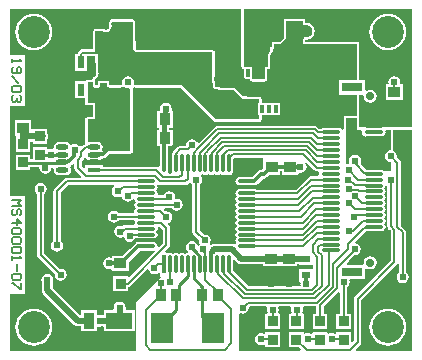
<source format=gtl>
G04*
G04 #@! TF.GenerationSoftware,Altium Limited,Altium Designer,19.0.10 (269)*
G04*
G04 Layer_Physical_Order=1*
G04 Layer_Color=255*
%FSLAX25Y25*%
%MOIN*%
G70*
G01*
G75*
%ADD11C,0.00787*%
%ADD13C,0.01000*%
%ADD15C,0.00591*%
%ADD16R,0.03543X0.05512*%
%ADD17R,0.08661X0.05512*%
%ADD18R,0.03347X0.03347*%
%ADD19R,0.03543X0.03937*%
%ADD20R,0.03347X0.03347*%
%ADD21R,0.03937X0.03543*%
%ADD22R,0.07087X0.05512*%
%ADD23R,0.02362X0.04134*%
%ADD24R,0.03150X0.02362*%
%ADD25R,0.05512X0.07087*%
%ADD26R,0.11417X0.02756*%
%ADD27R,0.01181X0.02559*%
%ADD28O,0.06102X0.01181*%
%ADD29O,0.01181X0.06102*%
%ADD30R,0.01181X0.06102*%
%ADD31R,0.07480X0.10236*%
%ADD32R,0.07087X0.03150*%
%ADD33O,0.06299X0.01181*%
%ADD34R,0.06299X0.01181*%
%ADD35R,0.04331X0.01772*%
%ADD36O,0.04331X0.01772*%
%ADD60C,0.01378*%
%ADD61C,0.01968*%
%ADD62C,0.01181*%
%ADD63C,0.01575*%
%ADD64C,0.00800*%
%ADD65C,0.03937*%
%ADD66C,0.00799*%
%ADD67C,0.05906*%
%ADD68C,0.10630*%
%ADD69C,0.02756*%
%ADD70C,0.02381*%
%ADD71C,0.02362*%
G36*
X42913Y104921D02*
X43091D01*
Y101765D01*
X43375Y101481D01*
X69456D01*
Y93759D01*
X69388Y93594D01*
X69259Y92618D01*
X69388Y91642D01*
X69685Y90924D01*
Y89764D01*
X70271Y89178D01*
X71260D01*
Y89075D01*
X71812D01*
X72055Y88974D01*
X73032Y88846D01*
X73556Y88915D01*
X74016Y88854D01*
X76569D01*
X79457Y85966D01*
X81202D01*
X81693Y85901D01*
X85039D01*
Y84744D01*
X84646D01*
Y80610D01*
X85039D01*
Y79097D01*
X70509D01*
X59055Y90551D01*
X43606Y90551D01*
X43249Y91051D01*
X43346Y91535D01*
X43192Y92307D01*
X42755Y92962D01*
X42101Y93399D01*
X41329Y93552D01*
X40557Y93399D01*
X39903Y92962D01*
X39466Y92307D01*
X39312Y91535D01*
X39409Y91051D01*
X39052Y90551D01*
X35138Y90551D01*
Y91929D01*
X31201D01*
Y90551D01*
X30413D01*
Y92701D01*
X30954Y93062D01*
X31391Y93716D01*
X31544Y94488D01*
X31480Y94810D01*
X31398Y95276D01*
X31398Y95276D01*
X31398Y95276D01*
Y100984D01*
X30413D01*
X30413Y102067D01*
X30413D01*
Y107579D01*
X30413D01*
Y108430D01*
X33002D01*
X33086Y108373D01*
X33858Y108220D01*
X34630Y108373D01*
X35284Y108810D01*
X35721Y109465D01*
X35875Y110236D01*
X35721Y111008D01*
X35610Y111174D01*
X35877Y111674D01*
X42913Y111674D01*
Y104921D01*
D02*
G37*
G36*
X135993Y76437D02*
X118315D01*
Y87401D01*
X119563D01*
X119880Y87015D01*
X119840Y86811D01*
X120008Y85966D01*
X120486Y85250D01*
X121202Y84771D01*
X122047Y84603D01*
X122892Y84771D01*
X123608Y85250D01*
X124087Y85966D01*
X124255Y86811D01*
X124087Y87656D01*
X123608Y88372D01*
X122892Y88851D01*
X122047Y89019D01*
X121202Y88851D01*
X120972Y88697D01*
X120472Y88964D01*
Y92126D01*
X118315D01*
Y104980D01*
X100394D01*
Y105685D01*
X100787D01*
X101507Y105780D01*
X102177Y106057D01*
X102753Y106499D01*
X103195Y107075D01*
X103472Y107745D01*
X103567Y108465D01*
X103472Y109184D01*
X103195Y109854D01*
X102753Y110430D01*
X102177Y110872D01*
X101507Y111150D01*
X100787Y111244D01*
X100394D01*
Y112598D01*
X93307D01*
Y106293D01*
X91994Y104980D01*
X89181D01*
Y103150D01*
X88779D01*
Y101765D01*
X88341Y101193D01*
X88063Y100523D01*
X87968Y99803D01*
Y96752D01*
X87008D01*
Y92618D01*
X86549Y92520D01*
X83136D01*
X82677Y92618D01*
Y96752D01*
X79929D01*
Y115993D01*
X135993D01*
Y76437D01*
D02*
G37*
G36*
X79126Y96752D02*
X79187Y96445D01*
X79361Y96184D01*
X79622Y96010D01*
X79921Y95951D01*
Y92618D01*
X81405D01*
X81888Y92473D01*
X81919Y92394D01*
X81935Y92311D01*
X81976Y92250D01*
X82003Y92182D01*
X82062Y92121D01*
X82109Y92050D01*
X82170Y92010D01*
X82221Y91957D01*
X82299Y91924D01*
X82370Y91876D01*
X82442Y91862D01*
X82509Y91833D01*
X82968Y91735D01*
X83053Y91733D01*
X83136Y91717D01*
X86549D01*
X86632Y91733D01*
X86717Y91735D01*
X87176Y91833D01*
X87243Y91862D01*
X87315Y91876D01*
X87386Y91924D01*
X87464Y91957D01*
X87515Y92010D01*
X87576Y92050D01*
X87623Y92121D01*
X87682Y92182D01*
X87709Y92250D01*
X87750Y92311D01*
X87766Y92394D01*
X87797Y92473D01*
X87796Y92546D01*
X87811Y92618D01*
Y95949D01*
X87968D01*
X88276Y96010D01*
X88536Y96184D01*
X88710Y96445D01*
X88771Y96752D01*
Y99751D01*
X88845Y100313D01*
X89042Y100788D01*
X89416Y101276D01*
X89463Y101370D01*
X89521Y101458D01*
X89532Y101509D01*
X89555Y101557D01*
X89562Y101662D01*
X89582Y101765D01*
Y102471D01*
X89749Y102582D01*
X89923Y102842D01*
X89984Y103150D01*
Y104177D01*
X91994D01*
X91994Y104177D01*
X92301Y104239D01*
X92562Y104413D01*
X92562Y104413D01*
X93875Y105726D01*
X94049Y105986D01*
X94110Y106293D01*
Y111796D01*
X99591D01*
Y111244D01*
X99652Y110937D01*
X99826Y110677D01*
X100086Y110503D01*
X100394Y110441D01*
X100735D01*
X101297Y110367D01*
X101772Y110170D01*
X102180Y109857D01*
X102493Y109450D01*
X102690Y108974D01*
X102757Y108465D01*
X102690Y107955D01*
X102493Y107480D01*
X102180Y107072D01*
X101772Y106758D01*
X101297Y106562D01*
X100735Y106488D01*
X100394D01*
X100086Y106427D01*
X99826Y106253D01*
X99652Y105992D01*
X99591Y105685D01*
Y104980D01*
X99652Y104673D01*
X99826Y104413D01*
X100086Y104239D01*
X100394Y104177D01*
X117512D01*
Y92126D01*
X111811D01*
Y87401D01*
X117512D01*
Y80373D01*
X113992D01*
X113685Y80312D01*
X113424Y80138D01*
X113250Y79877D01*
X113189Y79570D01*
Y75827D01*
X113018Y75775D01*
X112960Y75756D01*
X112954Y75755D01*
X112689Y75675D01*
X112608Y75797D01*
X112152Y76101D01*
X111614Y76208D01*
X106496D01*
X105958Y76101D01*
X105870Y76042D01*
X105052D01*
X104398Y76696D01*
X104008Y76957D01*
X103547Y77048D01*
X103547Y77048D01*
X71047D01*
X70586Y76957D01*
X70196Y76696D01*
X70196Y76696D01*
X64911Y71410D01*
X64285Y71509D01*
X64024Y71898D01*
X63370Y72335D01*
X62598Y72489D01*
X61826Y72335D01*
X61172Y71898D01*
X60735Y71244D01*
X60582Y70472D01*
X60452Y70314D01*
X58755D01*
X58755Y70315D01*
X58294Y70223D01*
X57904Y69962D01*
X56432Y68490D01*
X56171Y68099D01*
X56079Y67639D01*
X56079Y67638D01*
Y67607D01*
X55985Y67467D01*
X55879Y66929D01*
Y62008D01*
X55967Y61565D01*
X55695Y61053D01*
X54935D01*
X54663Y61565D01*
X54751Y62008D01*
Y66929D01*
X54690Y67238D01*
Y69849D01*
X54742Y70113D01*
X56201D01*
Y75625D01*
X54952D01*
Y76378D01*
X56201D01*
Y81890D01*
X56201D01*
X55899Y82402D01*
X55954Y82677D01*
X55800Y83449D01*
X55363Y84103D01*
X54709Y84540D01*
X53937Y84694D01*
X53165Y84540D01*
X52511Y84103D01*
X52074Y83449D01*
X51920Y82677D01*
X51975Y82402D01*
X51555Y81890D01*
X51083D01*
Y76378D01*
X51741D01*
Y75625D01*
X51083D01*
Y70113D01*
X51866D01*
X51880Y70096D01*
Y64530D01*
X51942Y64221D01*
Y63466D01*
X51430Y63204D01*
X51251Y63323D01*
X50787Y63415D01*
X50787Y63415D01*
X32874D01*
Y63878D01*
X26969D01*
Y63073D01*
X26496Y62877D01*
X25846Y63526D01*
Y65228D01*
X26668Y66050D01*
X26668Y66050D01*
X26766Y66197D01*
X27368Y66218D01*
X27435Y66116D01*
X27989Y65747D01*
X28642Y65617D01*
X31201D01*
X31854Y65747D01*
X32279Y66031D01*
X32987D01*
X33525Y66138D01*
X33981Y66442D01*
X35239Y67701D01*
X42126Y67701D01*
X42433Y67762D01*
X42694Y67936D01*
X42868Y68197D01*
X42929Y68504D01*
X42929Y89167D01*
X42921Y89206D01*
X42925Y89246D01*
X42891Y89359D01*
X42868Y89475D01*
X42846Y89508D01*
X42991Y89669D01*
X43236Y89849D01*
X43243Y89847D01*
X43299Y89810D01*
X43388Y89792D01*
X43473Y89759D01*
X43540Y89761D01*
X43606Y89748D01*
X58723Y89748D01*
X69942Y78529D01*
X70202Y78355D01*
X70509Y78294D01*
X85039D01*
X85347Y78355D01*
X85607Y78529D01*
X85781Y78790D01*
X85842Y79097D01*
Y80610D01*
X92126D01*
Y84744D01*
X85842D01*
Y85901D01*
X85781Y86209D01*
X85607Y86469D01*
X85347Y86643D01*
X85039Y86704D01*
X81745D01*
X81306Y86762D01*
X81254Y86759D01*
X81202Y86769D01*
X79789D01*
X77136Y89422D01*
X76876Y89596D01*
X76569Y89657D01*
X74068D01*
X73661Y89711D01*
X73556Y89704D01*
X73451Y89711D01*
X73032Y89655D01*
X72265Y89756D01*
X72119Y89816D01*
X71812Y89878D01*
X71630D01*
X71567Y89920D01*
X71260Y89981D01*
X70603D01*
X70488Y90096D01*
Y90924D01*
X70427Y91231D01*
X70170Y91851D01*
X70103Y92362D01*
Y92874D01*
X70170Y93385D01*
X70198Y93452D01*
X70198Y93452D01*
X70259Y93759D01*
Y101481D01*
X70198Y101788D01*
X70024Y102049D01*
X69763Y102223D01*
X69456Y102284D01*
X44156D01*
X43894Y102546D01*
Y104921D01*
X43833Y105228D01*
X43716Y105403D01*
Y111674D01*
X43655Y111982D01*
X43481Y112242D01*
X43221Y112416D01*
X42913Y112477D01*
X35877Y112477D01*
X35762Y112454D01*
X35644Y112443D01*
X35609Y112424D01*
X35570Y112416D01*
X35472Y112351D01*
X35368Y112295D01*
X35343Y112264D01*
X35310Y112242D01*
X35244Y112144D01*
X35169Y112053D01*
X34902Y111553D01*
X34868Y111440D01*
X34823Y111331D01*
Y111291D01*
X34811Y111253D01*
X34823Y111136D01*
Y111018D01*
X34838Y110981D01*
X34842Y110942D01*
X34898Y110837D01*
X34943Y110728D01*
X34965Y110695D01*
X35056Y110236D01*
X34965Y109778D01*
X34705Y109389D01*
X34317Y109129D01*
X33858Y109038D01*
X33360Y109137D01*
X33309Y109172D01*
X33231Y109187D01*
X33158Y109217D01*
X33079D01*
X33002Y109233D01*
X30413D01*
X30106Y109172D01*
X29846Y108998D01*
X29672Y108737D01*
X29610Y108430D01*
Y107579D01*
X29611Y107579D01*
Y105982D01*
X29535Y105799D01*
X29406Y104823D01*
X29535Y103847D01*
X29611Y103664D01*
Y102582D01*
X26274D01*
X26273Y102582D01*
X25813Y102490D01*
X25422Y102229D01*
X25422Y102229D01*
X24961Y101768D01*
X24700Y101377D01*
X24621Y100984D01*
X23720D01*
Y95276D01*
X27657D01*
Y100174D01*
X30399D01*
Y98228D01*
X30494Y97509D01*
X30595Y97265D01*
Y95276D01*
X30609Y95206D01*
X30607Y95135D01*
X30690Y94670D01*
X30693Y94662D01*
Y94653D01*
X30726Y94488D01*
X30634Y94030D01*
X30375Y93641D01*
X29967Y93369D01*
X29912Y93313D01*
X29846Y93269D01*
X29802Y93203D01*
X29746Y93147D01*
X29716Y93074D01*
X29672Y93008D01*
X29656Y92931D01*
X29626Y92858D01*
Y92844D01*
X29454Y92338D01*
X27854D01*
X27547Y92277D01*
X27287Y92103D01*
X27170Y91929D01*
X23720D01*
Y86221D01*
X27051D01*
Y84646D01*
X27113Y84338D01*
X27287Y84078D01*
X27547Y83904D01*
X27854Y83843D01*
X29611D01*
Y79937D01*
X27854D01*
X27547Y79876D01*
X27287Y79702D01*
X27113Y79441D01*
X27051Y79134D01*
Y71924D01*
X27061Y71876D01*
X27057Y71828D01*
X27091Y71724D01*
X27113Y71617D01*
X27139Y71576D01*
X27141Y71573D01*
X27144Y71493D01*
X27055Y71180D01*
X26961Y71032D01*
X26934Y71010D01*
X26883Y71000D01*
X26491Y70738D01*
X26491Y70738D01*
X25864Y70111D01*
X25205Y70176D01*
X25048Y70411D01*
X24394Y70848D01*
X23622Y71002D01*
X22850Y70848D01*
X22367Y70525D01*
X22344Y70535D01*
X21974Y71088D01*
X21421Y71458D01*
X20768Y71588D01*
X18209D01*
X17556Y71458D01*
X17002Y71088D01*
X16633Y70535D01*
X16503Y69882D01*
X16538Y69704D01*
X16103Y69269D01*
X15748Y69340D01*
X14976Y69186D01*
X14920Y69148D01*
X14469Y69390D01*
Y69784D01*
X9547D01*
Y65862D01*
X8760D01*
Y67224D01*
X3839D01*
Y62303D01*
X8760D01*
Y63237D01*
X11562D01*
X11763Y62992D01*
X11916Y62220D01*
X12353Y61566D01*
X13008Y61129D01*
X13780Y60975D01*
X14551Y61129D01*
X15205Y61566D01*
X15643Y62220D01*
X15796Y62992D01*
X15861Y63071D01*
X16253Y63047D01*
X16579Y62587D01*
X16503Y62205D01*
X16633Y61552D01*
X17002Y60998D01*
X17556Y60629D01*
X18209Y60499D01*
X20768D01*
X21421Y60629D01*
X21974Y60998D01*
X22344Y61552D01*
X22474Y62205D01*
X22344Y62858D01*
X22086Y63244D01*
X22221Y63683D01*
X22262Y63754D01*
X22291Y63788D01*
X22733Y64084D01*
X22953Y64303D01*
X23426Y64108D01*
Y63025D01*
X23426Y63025D01*
X23518Y62562D01*
X23780Y62169D01*
X25808Y60142D01*
X25612Y59669D01*
X20974D01*
X20513Y59577D01*
X20123Y59316D01*
X20123Y59316D01*
X16776Y55970D01*
X16515Y55579D01*
X16423Y55118D01*
X16423Y55118D01*
Y38671D01*
X16202Y38523D01*
X15765Y37868D01*
X15611Y37097D01*
X15765Y36325D01*
X16202Y35671D01*
X16856Y35233D01*
X17628Y35080D01*
X18399Y35233D01*
X19054Y35671D01*
X19491Y36325D01*
X19644Y37097D01*
X19491Y37868D01*
X19054Y38523D01*
X18832Y38671D01*
Y54619D01*
X21473Y57260D01*
X36618D01*
X36774Y56748D01*
X36468Y56544D01*
X36031Y55890D01*
X35877Y55118D01*
X36031Y54346D01*
X36468Y53692D01*
X37122Y53255D01*
X37894Y53101D01*
X38665Y53255D01*
X38842Y53373D01*
X39411Y53138D01*
X39466Y52862D01*
X39903Y52208D01*
X40557Y51771D01*
X41329Y51617D01*
X42101Y51771D01*
X42755Y52208D01*
X42994Y52565D01*
X43015Y52565D01*
X43506Y52411D01*
X43584Y52021D01*
X43882Y51575D01*
X43584Y51128D01*
X43477Y50591D01*
X43584Y50053D01*
X43882Y49606D01*
X43584Y49160D01*
X43477Y48622D01*
X43519Y48409D01*
X43140Y47897D01*
X38188D01*
X38040Y48119D01*
X37386Y48556D01*
X36614Y48710D01*
X35842Y48556D01*
X35188Y48119D01*
X34751Y47465D01*
X34598Y46693D01*
X34751Y45921D01*
X35188Y45267D01*
X35842Y44830D01*
X36614Y44676D01*
X37386Y44830D01*
X38040Y45267D01*
X38188Y45489D01*
X43193D01*
X43535Y44977D01*
X43477Y44685D01*
X43526Y44439D01*
X43162Y43927D01*
X40192D01*
X39728Y43835D01*
X39411Y43623D01*
X38780Y43749D01*
X38008Y43595D01*
X37354Y43158D01*
X36916Y42504D01*
X36763Y41732D01*
X36916Y40960D01*
X37354Y40306D01*
X38008Y39869D01*
X38780Y39716D01*
X39551Y39869D01*
X39634Y39924D01*
X40203Y39689D01*
X40263Y39386D01*
X40700Y38732D01*
X41354Y38294D01*
X42126Y38141D01*
X42898Y38294D01*
X43552Y38732D01*
X43989Y39386D01*
X44504Y39418D01*
X44882Y39343D01*
X49803D01*
X50341Y39450D01*
X50797Y39755D01*
X51101Y40210D01*
X51208Y40748D01*
X51101Y41286D01*
X50803Y41732D01*
X51101Y42179D01*
X51208Y42717D01*
X51169Y42916D01*
X51481Y43336D01*
X51977Y43367D01*
X52934Y42411D01*
Y37717D01*
X51656Y36440D01*
X51184Y36692D01*
X51208Y36811D01*
X51101Y37349D01*
X50797Y37804D01*
X50341Y38109D01*
X49803Y38216D01*
X44664D01*
X44126Y38109D01*
X43670Y37804D01*
X39550Y33685D01*
X36024D01*
Y33416D01*
X35512Y33048D01*
X35039Y33142D01*
X34268Y32989D01*
X33613Y32552D01*
X33176Y31898D01*
X33023Y31126D01*
X33176Y30354D01*
X33613Y29700D01*
X34268Y29263D01*
X35039Y29109D01*
X35512Y29203D01*
X36024Y28836D01*
Y28567D01*
X41535D01*
Y31696D01*
X45246Y35406D01*
X49803D01*
X49922Y35430D01*
X50175Y34958D01*
X41792Y26575D01*
X41319Y26771D01*
Y26870D01*
X36398D01*
Y21949D01*
X41319D01*
Y22721D01*
X41329Y23205D01*
X41790Y23297D01*
X42180Y23558D01*
X47743Y29121D01*
X48233Y28972D01*
X48276Y28756D01*
X48713Y28102D01*
X49368Y27664D01*
X50139Y27511D01*
X50911Y27664D01*
X51457Y28029D01*
X51968Y27854D01*
Y26969D01*
X52087D01*
X52283Y26496D01*
X44094Y18307D01*
Y2007D01*
X2007D01*
Y21072D01*
X7124D01*
Y53740D01*
X2007D01*
Y83666D01*
X7124D01*
Y100591D01*
X2007D01*
Y115993D01*
X79126D01*
Y96752D01*
D02*
G37*
G36*
X29611Y90551D02*
X29672Y90244D01*
X29846Y89983D01*
X30106Y89809D01*
X30413Y89748D01*
X31201D01*
X31508Y89809D01*
X31769Y89983D01*
X31942Y90244D01*
X32004Y90551D01*
Y91126D01*
X34335D01*
Y90551D01*
X34396Y90244D01*
X34570Y89983D01*
X34831Y89809D01*
X35138Y89748D01*
X39052Y89748D01*
X39118Y89761D01*
X39185Y89759D01*
X39270Y89792D01*
X39359Y89810D01*
X39415Y89847D01*
X39478Y89871D01*
X39676Y89982D01*
X40114Y89968D01*
X40557Y89672D01*
X41329Y89519D01*
X41626Y89578D01*
X42126Y89167D01*
X42126Y68504D01*
X32894Y68504D01*
X32626Y69004D01*
X32777Y69229D01*
X32907Y69882D01*
X32777Y70535D01*
X32407Y71088D01*
X31854Y71458D01*
X31201Y71588D01*
X28642D01*
X28354Y71531D01*
X27854Y71924D01*
Y79134D01*
X30413D01*
Y84646D01*
X27854D01*
Y91535D01*
X29611D01*
Y90551D01*
D02*
G37*
G36*
X117512Y76437D02*
X117573Y76130D01*
X117747Y75869D01*
X118008Y75695D01*
X118315Y75634D01*
X119012D01*
X119330Y75134D01*
X119264Y74803D01*
X119371Y74265D01*
X119676Y73810D01*
X120132Y73505D01*
X120669Y73398D01*
X125787D01*
X126325Y73505D01*
X126781Y73810D01*
X127085Y74265D01*
X127192Y74803D01*
X127127Y75134D01*
X127445Y75634D01*
X128937D01*
Y68946D01*
X128165Y68792D01*
X127511Y68355D01*
X127074Y67701D01*
X126920Y66929D01*
X127074Y66157D01*
X127511Y65503D01*
X128165Y65066D01*
X128937Y64912D01*
Y62008D01*
X126787D01*
X126781Y62017D01*
X126325Y62322D01*
X125787Y62429D01*
X120777D01*
X120639Y62520D01*
X120595Y62529D01*
X118712Y64412D01*
X118826Y64583D01*
X118980Y65354D01*
X118826Y66126D01*
X118389Y66780D01*
X117735Y67217D01*
X116963Y67371D01*
X116191Y67217D01*
X115537Y66780D01*
X115100Y66126D01*
X114947Y65354D01*
X115075Y64709D01*
X115024Y64492D01*
X114766Y64183D01*
X114450Y64120D01*
X113950Y64464D01*
Y75614D01*
X113954Y75635D01*
X113988Y75748D01*
X113984Y75787D01*
X113992Y75827D01*
Y79570D01*
X117512D01*
Y76437D01*
D02*
G37*
G36*
X86417Y65847D02*
X86417Y65813D01*
Y62857D01*
X85981Y62421D01*
X85719D01*
X85143Y62306D01*
X84654Y61980D01*
X82544Y59869D01*
X78543D01*
X78006Y59763D01*
X77550Y59458D01*
X77245Y59002D01*
X77138Y58465D01*
X77245Y57927D01*
X77550Y57471D01*
X78006Y57167D01*
X78543Y57060D01*
X83356D01*
X83366Y57058D01*
X83376Y57060D01*
X83465D01*
X84002Y57167D01*
X84458Y57471D01*
X84569Y57637D01*
X86342Y59410D01*
X86553D01*
X87129Y59525D01*
X87618Y59851D01*
X87632Y59865D01*
X87787Y59969D01*
X88546Y60728D01*
X91929D01*
Y61782D01*
X92520D01*
Y60728D01*
X98032D01*
Y60905D01*
X98543Y61326D01*
X98819Y61271D01*
X99591Y61424D01*
X100245Y61861D01*
X100682Y62516D01*
X100836Y63287D01*
X100682Y64059D01*
X100371Y64526D01*
X100768Y64852D01*
X103479Y62141D01*
X103479Y62141D01*
X103870Y61879D01*
X104331Y61788D01*
X104331Y61788D01*
X104781D01*
X105141Y61276D01*
X105091Y61024D01*
X105141Y60771D01*
X104781Y60259D01*
X102362D01*
X102362Y60259D01*
X101901Y60168D01*
X101511Y59907D01*
X101511Y59907D01*
X97317Y55713D01*
X84171D01*
X84002Y55826D01*
X83465Y55932D01*
X78543D01*
X78006Y55826D01*
X77550Y55521D01*
X77245Y55065D01*
X77138Y54528D01*
X77245Y53990D01*
X77544Y53543D01*
X77245Y53097D01*
X77138Y52559D01*
X77245Y52021D01*
X77544Y51575D01*
X77245Y51128D01*
X77138Y50591D01*
X77245Y50053D01*
X77544Y49606D01*
X77245Y49160D01*
X77138Y48622D01*
X77245Y48084D01*
X77544Y47638D01*
X77245Y47191D01*
X77138Y46654D01*
X77245Y46116D01*
X77544Y45669D01*
X77245Y45223D01*
X77138Y44685D01*
X77245Y44147D01*
X77544Y43701D01*
X77245Y43254D01*
X77138Y42717D01*
X77245Y42179D01*
X77544Y41732D01*
X77245Y41286D01*
X77138Y40748D01*
X77245Y40210D01*
X77544Y39764D01*
X77245Y39317D01*
X77138Y38780D01*
X77245Y38242D01*
X77342Y38097D01*
X77175Y37684D01*
X76675Y37496D01*
X75984Y37633D01*
X69983D01*
X69292Y37496D01*
X68892Y37229D01*
X68523Y37598D01*
X68792Y38000D01*
X68946Y38772D01*
X68792Y39544D01*
X68355Y40198D01*
X67701Y40635D01*
X66929Y40789D01*
X66667Y40736D01*
X65180Y42224D01*
Y57465D01*
X65402Y57613D01*
X65839Y58268D01*
X65993Y59039D01*
X65839Y59811D01*
X65600Y60169D01*
X65648Y60444D01*
X65767Y60718D01*
X66267Y60925D01*
X66588Y60710D01*
X67126Y60603D01*
X67664Y60710D01*
X68110Y61008D01*
X68557Y60710D01*
X69095Y60603D01*
X69632Y60710D01*
X70079Y61008D01*
X70525Y60710D01*
X71063Y60603D01*
X71601Y60710D01*
X72047Y61008D01*
X72494Y60710D01*
X73032Y60603D01*
X73569Y60710D01*
X74016Y61008D01*
X74462Y60710D01*
X75000Y60603D01*
X75538Y60710D01*
X75993Y61014D01*
X76298Y61470D01*
X76405Y62008D01*
Y66056D01*
X76674Y66325D01*
X86337D01*
X86417Y65847D01*
D02*
G37*
G36*
X62332Y57940D02*
X62550Y57613D01*
X62772Y57465D01*
Y41725D01*
X62772Y41725D01*
X62864Y41264D01*
X63125Y40873D01*
X64964Y39033D01*
X64912Y38772D01*
X65066Y38000D01*
X65342Y37587D01*
X65064Y37083D01*
X64569Y37097D01*
X64514Y37370D01*
X64077Y38025D01*
X63423Y38462D01*
X62651Y38615D01*
X61880Y38462D01*
X61225Y38025D01*
X60788Y37370D01*
X60635Y36599D01*
X60788Y35827D01*
X61225Y35173D01*
X61245Y35160D01*
X61240Y35075D01*
X61091Y34647D01*
X60683Y34566D01*
X60236Y34267D01*
X59790Y34566D01*
X59252Y34673D01*
X58714Y34566D01*
X58268Y34267D01*
X57821Y34566D01*
X57284Y34673D01*
X56746Y34566D01*
X56299Y34267D01*
X55853Y34566D01*
X55315Y34673D01*
X55232Y34656D01*
X54724Y34646D01*
X54724Y34646D01*
X54724Y34646D01*
X53937D01*
X53741Y35118D01*
X54989Y36367D01*
X54989Y36367D01*
X55251Y36757D01*
X55342Y37218D01*
X55342Y37218D01*
Y42909D01*
X55342Y42909D01*
X55251Y43370D01*
X54989Y43761D01*
X54989Y43761D01*
X54590Y44160D01*
X54738Y44650D01*
X54850Y44672D01*
X55504Y45109D01*
X55941Y45764D01*
X56095Y46535D01*
X55941Y47307D01*
X55504Y47962D01*
X54850Y48399D01*
X54078Y48552D01*
X53816Y48500D01*
X53337Y48980D01*
X53532Y49453D01*
X55983D01*
X56127Y49237D01*
X56781Y48800D01*
X57553Y48647D01*
X58325Y48800D01*
X58979Y49237D01*
X59416Y49892D01*
X59570Y50664D01*
X59416Y51435D01*
X58979Y52090D01*
X58325Y52527D01*
X57563Y52678D01*
X57423Y52713D01*
X57110Y53026D01*
X57135Y53149D01*
X56981Y53921D01*
X56544Y54576D01*
X55890Y55013D01*
X55118Y55166D01*
X54346Y55013D01*
X53692Y54576D01*
X53255Y53921D01*
X53223Y53763D01*
X51518D01*
X51158Y54275D01*
X51208Y54528D01*
X51101Y55065D01*
X50803Y55512D01*
X51101Y55958D01*
X51208Y56496D01*
X51101Y57034D01*
X51082Y57063D01*
X51413Y57457D01*
X51609Y57326D01*
X52072Y57234D01*
X52072Y57234D01*
X60401D01*
X60401Y57234D01*
X60865Y57326D01*
X61257Y57589D01*
X61682Y58013D01*
X62332Y57940D01*
D02*
G37*
G36*
X127733Y57041D02*
Y43443D01*
X127733Y43443D01*
X127824Y42983D01*
X128085Y42592D01*
X128933Y41745D01*
Y32111D01*
X116985Y20163D01*
X116724Y19772D01*
X116632Y19311D01*
X116632Y19311D01*
Y5343D01*
X116122Y4833D01*
X115650Y5029D01*
Y8169D01*
X110728D01*
Y7913D01*
X110216Y7640D01*
X110024Y7769D01*
X109252Y7922D01*
X108480Y7769D01*
X108287Y7640D01*
X107776Y7913D01*
Y8169D01*
X102854D01*
Y7782D01*
X102342Y7508D01*
X101953Y7769D01*
X101181Y7922D01*
X100409Y7769D01*
X100353Y7731D01*
X99902Y7972D01*
Y8169D01*
X94980D01*
Y3248D01*
X98198D01*
X98967Y2480D01*
X98771Y2007D01*
X78347D01*
Y14200D01*
X78858Y14475D01*
X79528Y14341D01*
X80299Y14495D01*
X80954Y14932D01*
X81391Y15586D01*
X81544Y16358D01*
X81532Y16422D01*
X81903Y16851D01*
X87356D01*
X87668Y16339D01*
X87550Y15748D01*
X87704Y14976D01*
X87833Y14784D01*
X87559Y14272D01*
X87106D01*
Y9350D01*
X92028D01*
Y14272D01*
X91575D01*
X91301Y14784D01*
X91430Y14976D01*
X91584Y15748D01*
X91466Y16339D01*
X91778Y16851D01*
X95427D01*
X95738Y16339D01*
X95621Y15748D01*
X95774Y14976D01*
X95903Y14784D01*
X95630Y14272D01*
X94980D01*
Y9350D01*
X99902D01*
Y14272D01*
X99646D01*
X99372Y14784D01*
X99501Y14976D01*
X99654Y15748D01*
X99537Y16339D01*
X99848Y16851D01*
X104104D01*
Y14961D01*
X104111Y14928D01*
Y14272D01*
X102854D01*
Y9350D01*
X107776D01*
Y14272D01*
X106519D01*
Y14928D01*
X106526Y14961D01*
Y16632D01*
X111441Y21548D01*
X111953Y21336D01*
Y14272D01*
X110728D01*
Y9350D01*
X115650D01*
Y14272D01*
X114374D01*
Y23233D01*
X114590Y23377D01*
X115027Y24031D01*
X115181Y24803D01*
X115047Y25472D01*
X115322Y25984D01*
X120472D01*
Y29132D01*
X120984Y29405D01*
X121202Y29259D01*
X122047Y29091D01*
X122892Y29259D01*
X123608Y29738D01*
X124087Y30454D01*
X124255Y31299D01*
X124216Y31496D01*
X124087Y32144D01*
X123608Y32860D01*
X122892Y33339D01*
X122047Y33507D01*
X121202Y33339D01*
X120486Y32860D01*
X120008Y32144D01*
X119879Y31496D01*
X119840Y31299D01*
X119878Y31104D01*
X119553Y30709D01*
X114352D01*
X114157Y31181D01*
X114971Y31996D01*
D01*
X116802Y33827D01*
X116885Y33810D01*
X117657Y33964D01*
X118311Y34401D01*
X118748Y35055D01*
X118902Y35827D01*
X118748Y36599D01*
X118311Y37253D01*
X117657Y37690D01*
X117282Y37764D01*
X117268Y37767D01*
X117103Y38310D01*
X120592Y41799D01*
X120651Y41811D01*
X120788Y41902D01*
X125787D01*
X126325Y42009D01*
X126781Y42314D01*
X127085Y42770D01*
X127192Y43307D01*
X127085Y43845D01*
X126787Y44291D01*
X127085Y44738D01*
X127192Y45276D01*
X127085Y45813D01*
X126787Y46260D01*
X127085Y46707D01*
X127192Y47244D01*
X127085Y47782D01*
X126787Y48228D01*
X127085Y48675D01*
X127192Y49213D01*
X127085Y49750D01*
X126787Y50197D01*
X127085Y50643D01*
X127192Y51181D01*
X127085Y51719D01*
X126787Y52165D01*
X127085Y52612D01*
X127192Y53150D01*
X127085Y53687D01*
X126787Y54134D01*
X127085Y54580D01*
X127192Y55118D01*
X127085Y55656D01*
X126787Y56102D01*
X127085Y56549D01*
X127137Y56811D01*
X127676Y57077D01*
X127733Y57041D01*
D02*
G37*
G36*
X135993Y2007D02*
X117371D01*
X117175Y2480D01*
X118688Y3993D01*
X118949Y4383D01*
X119041Y4844D01*
X119041Y4844D01*
Y18813D01*
X130989Y30760D01*
X130989Y30760D01*
X131158Y31014D01*
X131669Y30858D01*
Y28149D01*
X131448Y28001D01*
X131011Y27346D01*
X130857Y26575D01*
X131011Y25803D01*
X131448Y25148D01*
X132102Y24711D01*
X132874Y24558D01*
X133645Y24711D01*
X134300Y25148D01*
X134737Y25803D01*
X134890Y26575D01*
X134737Y27346D01*
X134300Y28001D01*
X134078Y28149D01*
Y41466D01*
X134078Y41466D01*
X133986Y41927D01*
X133725Y42318D01*
X133725Y42318D01*
X132325Y43718D01*
Y64745D01*
X132325Y64745D01*
X132234Y65206D01*
X131973Y65596D01*
X131973Y65596D01*
X130902Y66667D01*
X130954Y66929D01*
X130800Y67701D01*
X130363Y68355D01*
X129722Y68783D01*
X129724Y68789D01*
Y68868D01*
X129740Y68946D01*
Y75634D01*
X135993D01*
Y2007D01*
D02*
G37*
G36*
X77857Y31400D02*
X78443Y31008D01*
X79134Y30871D01*
X86221D01*
Y30118D01*
X91732D01*
Y30118D01*
X92126D01*
Y30118D01*
X97638D01*
Y30871D01*
X98425D01*
Y30709D01*
X103127D01*
Y29134D01*
X98425D01*
Y25197D01*
X98425D01*
X98826Y24685D01*
X98771Y24409D01*
X98864Y23941D01*
X98495Y23429D01*
X81620D01*
X76405Y28645D01*
Y32183D01*
X76878Y32379D01*
X77857Y31400D01*
D02*
G37*
%LPC*%
G36*
X127953Y114400D02*
X126756Y114282D01*
X125606Y113933D01*
X124546Y113366D01*
X123617Y112604D01*
X122854Y111674D01*
X122287Y110614D01*
X121939Y109464D01*
X121821Y108268D01*
X121939Y107072D01*
X122287Y105921D01*
X122854Y104861D01*
X123617Y103932D01*
X124546Y103169D01*
X125606Y102603D01*
X126756Y102254D01*
X127953Y102136D01*
X129149Y102254D01*
X130299Y102603D01*
X131359Y103169D01*
X132289Y103932D01*
X133051Y104861D01*
X133618Y105921D01*
X133967Y107072D01*
X134085Y108268D01*
X133967Y109464D01*
X133618Y110614D01*
X133051Y111674D01*
X132289Y112604D01*
X131359Y113366D01*
X130299Y113933D01*
X129149Y114282D01*
X127953Y114400D01*
D02*
G37*
G36*
X130137Y93552D02*
X129365Y93399D01*
X128711Y92962D01*
X128274Y92307D01*
X128120Y91535D01*
X128192Y91177D01*
X127874Y90791D01*
X127381D01*
Y85672D01*
X132893D01*
Y90791D01*
X132400D01*
X132082Y91177D01*
X132154Y91535D01*
X132000Y92307D01*
X131563Y92962D01*
X130909Y93399D01*
X130137Y93552D01*
D02*
G37*
G36*
X9843Y114400D02*
X8646Y114282D01*
X7496Y113933D01*
X6436Y113366D01*
X5507Y112604D01*
X4744Y111674D01*
X4177Y110614D01*
X3828Y109464D01*
X3711Y108268D01*
X3828Y107072D01*
X4177Y105921D01*
X4744Y104861D01*
X5507Y103932D01*
X6436Y103169D01*
X7496Y102603D01*
X8646Y102254D01*
X9843Y102136D01*
X11039Y102254D01*
X12189Y102603D01*
X13249Y103169D01*
X14178Y103932D01*
X14941Y104861D01*
X15508Y105921D01*
X15856Y107072D01*
X15974Y108268D01*
X15856Y109464D01*
X15508Y110614D01*
X14941Y111674D01*
X14178Y112604D01*
X13249Y113366D01*
X12189Y113933D01*
X11039Y114282D01*
X9843Y114400D01*
D02*
G37*
G36*
X9055Y78937D02*
X3543D01*
Y73819D01*
X3791D01*
X3839Y73327D01*
X3839D01*
Y68405D01*
X8760D01*
Y71619D01*
X9547D01*
Y70965D01*
X14469D01*
Y72446D01*
X14661Y72734D01*
X14798Y73425D01*
X14661Y74116D01*
X14469Y74405D01*
Y75886D01*
X9547D01*
Y75886D01*
X9055Y75933D01*
Y78937D01*
D02*
G37*
G36*
X12205Y57922D02*
X11433Y57769D01*
X10779Y57332D01*
X10341Y56677D01*
X10188Y55905D01*
X10341Y55134D01*
X10779Y54479D01*
X11000Y54331D01*
Y34055D01*
X11000Y34055D01*
X11092Y33594D01*
X11353Y33204D01*
X16933Y27624D01*
X16881Y27362D01*
X17034Y26590D01*
X17472Y25936D01*
X18126Y25499D01*
X18898Y25346D01*
X19669Y25499D01*
X20324Y25936D01*
X20761Y26590D01*
X20914Y27362D01*
X20761Y28134D01*
X20324Y28788D01*
X19669Y29225D01*
X18898Y29379D01*
X18636Y29327D01*
X13409Y34554D01*
Y54331D01*
X13631Y54479D01*
X14068Y55134D01*
X14221Y55905D01*
X14068Y56677D01*
X13631Y57332D01*
X12977Y57769D01*
X12205Y57922D01*
D02*
G37*
G36*
X14402Y27607D02*
X13630Y27454D01*
X12976Y27017D01*
X12539Y26362D01*
X12386Y25591D01*
X12539Y24819D01*
X12623Y24693D01*
Y22254D01*
X12760Y21563D01*
X13152Y20977D01*
X23379Y10750D01*
X23965Y10358D01*
X24656Y10221D01*
X25807D01*
Y8484D01*
X30925D01*
Y9800D01*
X31437Y10123D01*
X32004Y10011D01*
X32775Y10164D01*
X32775Y10164D01*
X33287Y10009D01*
Y8484D01*
X43523D01*
Y15571D01*
X40905D01*
X40485Y16082D01*
X40540Y16358D01*
X40387Y17130D01*
X39949Y17784D01*
X39295Y18221D01*
X38523Y18375D01*
X37751Y18221D01*
X37097Y17784D01*
X36660Y17130D01*
X36507Y16358D01*
X36561Y16082D01*
X36141Y15571D01*
X33287D01*
Y14046D01*
X32775Y13891D01*
X32775Y13891D01*
X32004Y14044D01*
X31437Y13931D01*
X30925Y14254D01*
Y15571D01*
X25807D01*
Y14097D01*
X25295Y13943D01*
X16236Y23002D01*
Y24774D01*
X16265Y24819D01*
X16419Y25591D01*
X16265Y26362D01*
X15828Y27017D01*
X15174Y27454D01*
X14402Y27607D01*
D02*
G37*
G36*
X9843Y15974D02*
X8646Y15857D01*
X7496Y15508D01*
X6436Y14941D01*
X5507Y14178D01*
X4744Y13249D01*
X4177Y12189D01*
X3828Y11039D01*
X3711Y9843D01*
X3828Y8646D01*
X4177Y7496D01*
X4744Y6436D01*
X5507Y5507D01*
X6436Y4744D01*
X7496Y4177D01*
X8646Y3828D01*
X9843Y3711D01*
X11039Y3828D01*
X12189Y4177D01*
X13249Y4744D01*
X14178Y5507D01*
X14941Y6436D01*
X15508Y7496D01*
X15856Y8646D01*
X15974Y9843D01*
X15856Y11039D01*
X15508Y12189D01*
X14941Y13249D01*
X14178Y14178D01*
X13249Y14941D01*
X12189Y15508D01*
X11039Y15857D01*
X9843Y15974D01*
D02*
G37*
G36*
X92028Y8169D02*
X87106D01*
Y7913D01*
X86594Y7640D01*
X86402Y7769D01*
X85630Y7922D01*
X84858Y7769D01*
X84204Y7332D01*
X83767Y6677D01*
X83613Y5906D01*
X83767Y5134D01*
X84204Y4479D01*
X84858Y4042D01*
X85630Y3889D01*
X86402Y4042D01*
X86594Y4171D01*
X87106Y3898D01*
Y3248D01*
X92028D01*
Y8169D01*
D02*
G37*
G36*
X127953Y15974D02*
X126756Y15857D01*
X125606Y15508D01*
X124546Y14941D01*
X123617Y14178D01*
X122854Y13249D01*
X122287Y12189D01*
X121939Y11039D01*
X121821Y9843D01*
X121939Y8646D01*
X122287Y7496D01*
X122854Y6436D01*
X123617Y5507D01*
X124546Y4744D01*
X125606Y4177D01*
X126756Y3828D01*
X127953Y3711D01*
X129149Y3828D01*
X130299Y4177D01*
X131359Y4744D01*
X132289Y5507D01*
X133051Y6436D01*
X133618Y7496D01*
X133967Y8646D01*
X134085Y9843D01*
X133967Y11039D01*
X133618Y12189D01*
X133051Y13249D01*
X132289Y14178D01*
X131359Y14941D01*
X130299Y15508D01*
X129149Y15857D01*
X127953Y15974D01*
D02*
G37*
%LPD*%
D11*
X131121Y43219D02*
X132874Y41466D01*
X66296Y35484D02*
X67051Y34730D01*
X66296Y35484D02*
Y35791D01*
X71447Y27690D02*
X79684Y19454D01*
X71447Y27690D02*
Y27856D01*
X71063Y28240D02*
X71447Y27856D01*
X71063Y28240D02*
Y30807D01*
X73416Y27690D02*
X80267Y20839D01*
X73416Y27690D02*
Y27856D01*
X73032Y28240D02*
X73416Y27856D01*
X73032Y28240D02*
Y30807D01*
X117836Y4844D02*
Y19311D01*
X115165Y2173D02*
X117836Y4844D01*
X100976Y2173D02*
X115165D01*
X130137Y31612D02*
Y42243D01*
X117836Y19311D02*
X130137Y31612D01*
X97441Y5709D02*
X100976Y2173D01*
X79684Y19454D02*
X103688D01*
X80267Y20839D02*
X103114D01*
X67051Y30882D02*
Y34730D01*
Y30882D02*
X67126Y30807D01*
Y25591D02*
Y30807D01*
Y25591D02*
X71161Y21555D01*
X97816Y54509D02*
X102362Y59055D01*
Y57087D02*
X109055D01*
X97835Y52559D02*
X102362Y57087D01*
X81023Y54509D02*
X97816D01*
X81004Y52559D02*
X97835D01*
X102362Y59055D02*
X109055D01*
X102559Y55118D02*
X109055D01*
X98032Y50591D02*
X102559Y55118D01*
X81004Y50591D02*
X98032D01*
X102877Y53074D02*
X108980D01*
X98425Y48622D02*
X102877Y53074D01*
X81004Y48622D02*
X98425D01*
X71161Y20472D02*
Y21555D01*
Y20276D02*
Y20472D01*
X81121Y22225D02*
X102540D01*
X75000Y28346D02*
X81121Y22225D01*
X103688Y19454D02*
X108183Y23948D01*
X103114Y20839D02*
X105905Y23631D01*
X102540Y22225D02*
X104331Y24016D01*
Y33398D01*
X102877Y34851D02*
X104331Y33398D01*
X105905Y23631D02*
Y33783D01*
X104771Y34918D02*
X105905Y33783D01*
X104771Y34918D02*
Y36660D01*
X61236Y69110D02*
X62598Y70472D01*
X63264Y68049D02*
X64783Y69568D01*
Y69579D01*
X71047Y75844D01*
X65233Y64544D02*
Y68058D01*
X66168Y68994D01*
Y69005D01*
X71621Y74458D01*
X67126Y64468D02*
Y67991D01*
X67554Y68419D01*
Y68431D01*
X72195Y73072D01*
X69170Y64544D02*
Y68087D01*
X72769Y71687D01*
X71063Y64468D02*
Y67905D01*
X73459Y70301D01*
X71621Y74458D02*
X102973D01*
X65158Y64468D02*
X65233Y64544D01*
X69095Y64468D02*
X69170Y64544D01*
X71047Y75844D02*
X103547D01*
X72195Y73072D02*
X102249D01*
X57284Y67639D02*
X58755Y69110D01*
X57284Y64468D02*
Y67639D01*
X58755Y69110D02*
X61236D01*
X89567Y11811D02*
Y15748D01*
X108183Y23948D02*
Y35251D01*
X108364Y35433D01*
X109055D01*
X101181Y5906D02*
X105118D01*
X105315Y5709D01*
X116904Y53518D02*
X119166Y51256D01*
X120563Y61024D02*
X123228D01*
X120178Y61408D02*
X120563Y61024D01*
X120013Y61408D02*
X120178D01*
X117268Y64153D02*
X120013Y61408D01*
X12205Y34055D02*
X18898Y27362D01*
X12205Y34055D02*
Y55905D01*
X105315Y11811D02*
Y14961D01*
X76176Y67529D02*
X99794D01*
X75000Y66354D02*
X76176Y67529D01*
X128937Y66929D02*
X131121Y64745D01*
Y43219D02*
Y64745D01*
X132874Y26575D02*
Y41466D01*
X75000Y28346D02*
Y30807D01*
X38206Y55118D02*
X39584Y56496D01*
X47343D01*
X20974Y58465D02*
X47343D01*
X17628Y55118D02*
X20974Y58465D01*
X17628Y37097D02*
Y55118D01*
X46988Y46693D02*
X47146Y46850D01*
X36614Y46693D02*
X46988D01*
X47146Y46850D02*
X47343Y46654D01*
X52006Y48607D02*
X54078Y46535D01*
X54138Y37218D02*
Y42909D01*
X52362Y44685D02*
X54138Y42909D01*
X47343Y44685D02*
X52362D01*
X41329Y24409D02*
X54138Y37218D01*
X38858Y24409D02*
X41329D01*
X81004Y54528D02*
X81023Y54509D01*
X75000Y64468D02*
Y66354D01*
X74745Y68915D02*
X100526D01*
X73416Y67585D02*
X74745Y68915D01*
X73416Y67420D02*
Y67585D01*
X73032Y67036D02*
X73416Y67420D01*
X73032Y64468D02*
Y67036D01*
X72769Y71687D02*
X101674D01*
X104464Y68898D01*
X101100Y70301D02*
X104472Y66929D01*
X73459Y70301D02*
X101100D01*
X100526Y68915D02*
X104446Y64995D01*
X99794Y67529D02*
X104331Y62992D01*
X63264Y64544D02*
Y68049D01*
X104553Y74838D02*
X109020D01*
X103547Y75844D02*
X104553Y74838D01*
X102973Y74458D02*
X104562Y72869D01*
X102249Y73072D02*
X104455Y70866D01*
X25689Y98130D02*
X25812Y98253D01*
Y100917D01*
X26273Y101378D01*
X33179D01*
X54687Y53149D02*
X55118D01*
X47357Y48607D02*
X52006D01*
X47343Y48622D02*
X47357Y48607D01*
X116963Y65354D02*
X117268Y65049D01*
X116929Y49213D02*
X123228D01*
X114961Y51181D02*
X116929Y49213D01*
X63976Y41725D02*
Y59039D01*
X71161Y20276D02*
X75590Y15846D01*
Y4429D02*
Y15846D01*
X73524Y2362D02*
X75590Y4429D01*
X52165Y20866D02*
Y24606D01*
Y20866D02*
X52362Y20669D01*
X47244Y15551D02*
X52362Y20669D01*
X50197Y29528D02*
X51476Y30807D01*
X50139Y29528D02*
X50197D01*
X51476Y30807D02*
X53347D01*
X37894Y55118D02*
X38206D01*
X63189Y64468D02*
X63264Y64544D01*
X54096Y52559D02*
X54687Y53149D01*
X47343Y52559D02*
X54096D01*
X63976Y41725D02*
X66929Y38772D01*
X104472Y66929D02*
X109055D01*
X104464Y68898D02*
X109055D01*
X104455Y70866D02*
X109055D01*
X104562Y72869D02*
X109020D01*
X104446Y64995D02*
X109020D01*
X104331Y62992D02*
X109055D01*
X109020Y72869D02*
X109055Y72835D01*
X109020Y74838D02*
X109055Y74803D01*
X109020Y64995D02*
X109055Y64961D01*
X130137Y88232D02*
Y91535D01*
X128937Y43443D02*
X130137Y42243D01*
X128937Y43443D02*
Y59055D01*
X127953Y41339D02*
X127953Y41339D01*
X123228Y41339D02*
X127953D01*
X123228Y41339D02*
X123228Y41339D01*
X109252Y5906D02*
X112992D01*
X113189Y5709D01*
X119166Y51256D02*
X123153D01*
X85630Y5906D02*
X89370D01*
X89567Y5709D01*
X117268Y64153D02*
Y65049D01*
X123153Y51256D02*
X123228Y51181D01*
X105437Y37326D02*
X108980D01*
X104771Y36660D02*
X105437Y37326D01*
X102877Y34851D02*
Y37402D01*
X108980Y37326D02*
X109055Y37402D01*
X104771Y39295D02*
X108980D01*
X102877Y37402D02*
X104771Y39295D01*
X108980D02*
X109055Y39370D01*
X47244Y3937D02*
Y15551D01*
Y3937D02*
X48819Y2362D01*
X73524D01*
X104331Y41339D02*
X109055D01*
X99803Y36811D02*
X104331Y41339D01*
X81004Y36811D02*
X99803D01*
X99795Y38780D02*
X104322Y43307D01*
X109055D01*
X81004Y38780D02*
X99795D01*
X104331Y45276D02*
X109055D01*
X99803Y40748D02*
X104331Y45276D01*
X81004Y40748D02*
X99803D01*
X99606Y42717D02*
X104134Y47244D01*
X109055D01*
X81004Y42717D02*
X99606D01*
Y44685D02*
X104134Y49213D01*
X109055D01*
X81004Y44685D02*
X99606D01*
X103468Y51106D02*
X108980D01*
X99016Y46654D02*
X103468Y51106D01*
X81004Y46654D02*
X99016D01*
X108980Y51106D02*
X109055Y51181D01*
X108980Y53074D02*
X109055Y53150D01*
X109055Y55118D02*
X109055Y55118D01*
D13*
X65123Y30842D02*
Y33725D01*
X64006Y34842D02*
X65123Y33725D01*
X64006Y34842D02*
Y34967D01*
X62651Y36321D02*
X64006Y34967D01*
X65123Y30842D02*
X65158Y30807D01*
X62651Y36321D02*
Y36599D01*
X63224Y26147D02*
X66142Y23228D01*
Y21457D02*
Y23228D01*
X63224Y26147D02*
Y30772D01*
X6513Y64550D02*
X17786D01*
X18000Y64764D02*
X19488D01*
X6299D02*
X6513Y64550D01*
X17786D02*
X18000Y64764D01*
X15748Y67323D02*
X19488D01*
X12992D02*
X15748D01*
X65158Y20472D02*
X66142Y21457D01*
X65847Y13287D02*
X69685Y9449D01*
X65847Y13287D02*
Y20472D01*
X63189Y30807D02*
X63224Y30772D01*
X57480Y15551D02*
Y20472D01*
X52756Y10827D02*
X57480Y15551D01*
X52756Y9449D02*
Y10827D01*
X58268Y21260D02*
Y24016D01*
X57480Y20472D02*
X58268Y21260D01*
Y24016D02*
X61186Y26934D01*
Y30772D01*
X61221Y30807D01*
D15*
X2598Y99213D02*
Y98163D01*
Y98688D01*
X5746D01*
X5221Y99213D01*
X3122Y96589D02*
X2598Y96064D01*
Y95015D01*
X3122Y94490D01*
X5221D01*
X5746Y95015D01*
Y96064D01*
X5221Y96589D01*
X4697D01*
X4172Y96064D01*
Y94490D01*
X2598Y93440D02*
X4697Y91341D01*
X5221Y90292D02*
X5746Y89767D01*
Y88717D01*
X5221Y88192D01*
X3122D01*
X2598Y88717D01*
Y89767D01*
X3122Y90292D01*
X5221D01*
Y87143D02*
X5746Y86618D01*
Y85569D01*
X5221Y85044D01*
X4697D01*
X4172Y85569D01*
Y86093D01*
Y85569D01*
X3647Y85044D01*
X3122D01*
X2598Y85569D01*
Y86618D01*
X3122Y87143D01*
X2598Y52362D02*
X5746D01*
X4697Y51312D01*
X5746Y50262D01*
X2598D01*
X5221Y47114D02*
X5746Y47639D01*
Y48688D01*
X5221Y49213D01*
X4697D01*
X4172Y48688D01*
Y47639D01*
X3647Y47114D01*
X3122D01*
X2598Y47639D01*
Y48688D01*
X3122Y49213D01*
X2598Y44490D02*
X5746D01*
X4172Y46064D01*
Y43965D01*
X5221Y42916D02*
X5746Y42391D01*
Y41342D01*
X5221Y40817D01*
X3122D01*
X2598Y41342D01*
Y42391D01*
X3122Y42916D01*
X5221D01*
Y39767D02*
X5746Y39242D01*
Y38193D01*
X5221Y37668D01*
X3122D01*
X2598Y38193D01*
Y39242D01*
X3122Y39767D01*
X5221D01*
Y36619D02*
X5746Y36094D01*
Y35044D01*
X5221Y34519D01*
X3122D01*
X2598Y35044D01*
Y36094D01*
X3122Y36619D01*
X5221D01*
X2598Y33470D02*
Y32421D01*
Y32945D01*
X5746D01*
X5221Y33470D01*
X4172Y30846D02*
Y28747D01*
X5221Y27698D02*
X5746Y27173D01*
Y26123D01*
X5221Y25598D01*
X3122D01*
X2598Y26123D01*
Y27173D01*
X3122Y27698D01*
X5221D01*
X5746Y24549D02*
Y22450D01*
X5221D01*
X3122Y24549D01*
X2598D01*
D16*
X28366Y12027D02*
D03*
D17*
X38405D02*
D03*
D18*
X38858Y24409D02*
D03*
X32756D02*
D03*
D19*
X52165Y20472D02*
D03*
X57480D02*
D03*
X71161D02*
D03*
X65847D02*
D03*
X53642Y72869D02*
D03*
X58957D02*
D03*
X33169Y104823D02*
D03*
X27854D02*
D03*
X33169Y81890D02*
D03*
X27854D02*
D03*
X58957Y79134D02*
D03*
X53642D02*
D03*
X91339Y100394D02*
D03*
X86024D02*
D03*
D20*
X113189Y5709D02*
D03*
Y11811D02*
D03*
X105315Y5709D02*
D03*
Y11811D02*
D03*
X97441Y5709D02*
D03*
Y11811D02*
D03*
X89567Y5709D02*
D03*
Y11811D02*
D03*
X12008Y73425D02*
D03*
Y67323D02*
D03*
X6299Y70866D02*
D03*
Y64764D02*
D03*
D21*
X130137Y82917D02*
D03*
Y88232D02*
D03*
X94882Y32677D02*
D03*
Y27362D02*
D03*
X88976D02*
D03*
Y32677D02*
D03*
X74016Y91634D02*
D03*
Y86319D02*
D03*
X95276Y63287D02*
D03*
Y57972D02*
D03*
X89173Y63287D02*
D03*
Y57972D02*
D03*
X38780Y31126D02*
D03*
Y36441D02*
D03*
X36614Y70866D02*
D03*
Y65551D02*
D03*
X6299Y81693D02*
D03*
Y76378D02*
D03*
D22*
X107283Y98917D02*
D03*
Y109744D02*
D03*
X47244Y108465D02*
D03*
Y97638D02*
D03*
X65748Y108465D02*
D03*
Y97638D02*
D03*
X56299Y108465D02*
D03*
Y97638D02*
D03*
D23*
X33169Y89075D02*
D03*
X25689D02*
D03*
Y98130D02*
D03*
X29429D02*
D03*
X33169D02*
D03*
D24*
X100787Y32677D02*
D03*
Y27165D02*
D03*
D25*
X96850Y108268D02*
D03*
X86024D02*
D03*
D26*
Y88681D02*
D03*
D27*
X90748Y82677D02*
D03*
X88386D02*
D03*
X86024D02*
D03*
X83661D02*
D03*
X81299D02*
D03*
Y94685D02*
D03*
X83661D02*
D03*
X86024D02*
D03*
X88386D02*
D03*
X90748D02*
D03*
D28*
X47343Y36811D02*
D03*
Y38780D02*
D03*
Y40748D02*
D03*
Y42717D02*
D03*
Y44685D02*
D03*
Y46654D02*
D03*
Y48622D02*
D03*
Y50591D02*
D03*
Y52559D02*
D03*
Y54528D02*
D03*
Y56496D02*
D03*
Y58465D02*
D03*
X81004D02*
D03*
Y56496D02*
D03*
Y54528D02*
D03*
Y52559D02*
D03*
Y50591D02*
D03*
Y48622D02*
D03*
Y46654D02*
D03*
Y44685D02*
D03*
Y42717D02*
D03*
Y40748D02*
D03*
Y38780D02*
D03*
Y36811D02*
D03*
D29*
X53347Y64468D02*
D03*
X55315D02*
D03*
X57284D02*
D03*
X59252D02*
D03*
X61221D02*
D03*
X63189D02*
D03*
X65158D02*
D03*
X67126D02*
D03*
X69095D02*
D03*
X71063D02*
D03*
X73032D02*
D03*
X75000D02*
D03*
Y30807D02*
D03*
X73032D02*
D03*
X71063D02*
D03*
X69095D02*
D03*
X67126D02*
D03*
X65158D02*
D03*
X63189D02*
D03*
X61221D02*
D03*
X59252D02*
D03*
X57284D02*
D03*
X55315D02*
D03*
D30*
X53347D02*
D03*
D31*
X69685Y9449D02*
D03*
X52756D02*
D03*
D32*
X116142Y89764D02*
D03*
Y28346D02*
D03*
D33*
X123228Y35433D02*
D03*
Y37402D02*
D03*
Y39370D02*
D03*
Y41339D02*
D03*
Y43307D02*
D03*
Y45276D02*
D03*
Y47244D02*
D03*
Y49213D02*
D03*
Y51181D02*
D03*
Y53150D02*
D03*
Y55118D02*
D03*
Y57087D02*
D03*
Y59055D02*
D03*
Y61024D02*
D03*
Y62992D02*
D03*
Y64961D02*
D03*
Y66929D02*
D03*
Y68898D02*
D03*
Y70866D02*
D03*
Y72835D02*
D03*
Y74803D02*
D03*
Y76772D02*
D03*
Y78740D02*
D03*
Y80709D02*
D03*
Y82677D02*
D03*
X109055Y35433D02*
D03*
Y37402D02*
D03*
Y39370D02*
D03*
Y41339D02*
D03*
Y43307D02*
D03*
Y45276D02*
D03*
Y47244D02*
D03*
Y49213D02*
D03*
Y51181D02*
D03*
Y53150D02*
D03*
Y55118D02*
D03*
Y57087D02*
D03*
Y59055D02*
D03*
Y61024D02*
D03*
Y62992D02*
D03*
Y64961D02*
D03*
Y66929D02*
D03*
Y68898D02*
D03*
Y70866D02*
D03*
Y72835D02*
D03*
Y74803D02*
D03*
Y76772D02*
D03*
Y78740D02*
D03*
Y80709D02*
D03*
D34*
Y82677D02*
D03*
D35*
X29921Y62205D02*
D03*
D36*
Y64764D02*
D03*
Y67323D02*
D03*
Y69882D02*
D03*
X19488Y62205D02*
D03*
Y69882D02*
D03*
Y67323D02*
D03*
Y64764D02*
D03*
D60*
X88976Y63287D02*
X95276D01*
X86722Y61033D02*
X88976Y63287D01*
X86671Y61033D02*
X86722D01*
X86553Y60916D02*
X86671Y61033D01*
X85719Y60916D02*
X86553D01*
X83366Y58563D02*
X85719Y60916D01*
X86319Y57972D02*
X89173D01*
X95276Y63287D02*
X98819D01*
X58957Y72672D02*
Y72869D01*
X56702Y70418D02*
X58957Y72672D01*
X56702Y70367D02*
Y70418D01*
X55404Y69068D02*
X56702Y70367D01*
X55404Y64557D02*
Y69068D01*
X55315Y64468D02*
X55404Y64557D01*
X23622Y68504D02*
Y68985D01*
X23430Y68312D02*
X23622Y68504D01*
X23430Y67163D02*
Y68312D01*
X23421Y67155D02*
X23430Y67163D01*
X23421Y66901D02*
Y67155D01*
X22949Y66428D02*
X23421Y66901D01*
X22949Y66428D02*
Y66428D01*
X21668Y65148D02*
X22949Y66428D01*
X21259Y65148D02*
X21668D01*
X20874Y64764D02*
X21259Y65148D01*
X19488Y64764D02*
X20874D01*
X13780Y62992D02*
Y64361D01*
D61*
X24656Y12027D02*
X28366D01*
X14429Y22254D02*
X24656Y12027D01*
X14429Y22254D02*
Y25564D01*
X14402Y25591D02*
X14429Y25564D01*
X69983Y35827D02*
X75984D01*
X69196Y35039D02*
X69983Y35827D01*
X88976Y24409D02*
Y27362D01*
X88976Y27362D01*
X59055Y80709D02*
Y82284D01*
X58268Y79921D02*
X59055Y80709D01*
Y72441D02*
Y78347D01*
X27854Y108760D02*
X29331Y110236D01*
X27854Y104823D02*
Y108760D01*
X29331Y110236D02*
X33858D01*
X94882Y24409D02*
X94882Y24409D01*
X94882Y24409D02*
Y27362D01*
X29478Y94537D02*
X29528Y94488D01*
X29478Y94537D02*
Y98081D01*
X29429Y98130D02*
X29478Y98081D01*
X32004Y12027D02*
X38405D01*
X24449Y81693D02*
X24527Y81772D01*
X27736D01*
X27854Y81890D01*
X34203Y81840D02*
X35385D01*
X36812Y83268D01*
X36923D01*
X38523Y12145D02*
Y16358D01*
X38405Y12027D02*
X38523Y12145D01*
X38405Y12027D02*
X38622Y11811D01*
X81299Y82677D02*
X83661D01*
X102362Y98879D02*
X102382Y98898D01*
X107264D01*
X107283Y98917D01*
Y94488D02*
Y98917D01*
X29528Y24016D02*
X29607Y24095D01*
X32441D01*
X32756Y24409D01*
X88976Y27362D02*
X94882D01*
X95276Y32677D02*
X100787D01*
X89370D02*
X95276D01*
X75984Y35827D02*
X79134Y32677D01*
X89370D01*
X6299Y73425D02*
Y76378D01*
Y70866D02*
Y73425D01*
X12992D01*
D62*
X69095Y34938D02*
X69196Y35039D01*
X69095Y30807D02*
Y34938D01*
X100787Y26772D02*
X101181Y27165D01*
X84933Y56587D02*
X86319Y57972D01*
X81004Y56587D02*
X84933D01*
X38780Y36441D02*
X38945Y36606D01*
X38559Y36220D02*
X38780Y36441D01*
X38945Y36606D02*
X41942D01*
X38780Y31126D02*
X38978D01*
X44664Y36811D02*
X47343D01*
X38978Y31126D02*
X44664Y36811D01*
X41942Y36606D02*
X44115Y38780D01*
X47343D01*
X35039Y36220D02*
X38559D01*
X35039Y31126D02*
X38780D01*
X36811Y65354D02*
X40157D01*
X53285Y64530D02*
Y70096D01*
X53347Y70158D01*
Y72441D01*
X53285Y64530D02*
X53347Y64468D01*
X100787Y24409D02*
Y26772D01*
X29863Y64822D02*
X29921Y64764D01*
X6496Y81496D02*
X9843D01*
X6299Y81693D02*
X6496Y81496D01*
X36614Y65551D02*
X36811Y65354D01*
X33465Y65551D02*
X36614D01*
X32790Y64877D02*
X33465Y65551D01*
X30034Y64877D02*
X32790D01*
X29921Y64764D02*
X30034Y64877D01*
X36614Y70866D02*
X40157D01*
X36417D02*
X36614D01*
X32987Y67436D02*
X36417Y70866D01*
X30034Y67436D02*
X32987D01*
X29921Y67323D02*
X30034Y67436D01*
D63*
X53347Y72441D02*
Y78347D01*
X98665Y58507D02*
X98819Y58661D01*
X95810Y58507D02*
X98665D01*
X95276Y57972D02*
X95810Y58507D01*
X89173Y57972D02*
X95276D01*
X53789Y82529D02*
X53937Y82677D01*
X53789Y79281D02*
Y82529D01*
X53642Y79134D02*
X53789Y79281D01*
D64*
X81231Y18061D02*
X104265D01*
X79528Y16358D02*
X81231Y18061D01*
X104265D02*
X109575Y23371D01*
X97638Y12008D02*
Y15748D01*
X97441Y11811D02*
X97638Y12008D01*
X110973Y29710D02*
X116885Y35622D01*
X110973Y22792D02*
Y29710D01*
X105315Y17134D02*
X110973Y22792D01*
X109575Y30860D02*
X114694Y35979D01*
X109575Y23371D02*
Y30860D01*
X113164Y11836D02*
Y24803D01*
Y11836D02*
X113189Y11811D01*
X105315Y14961D02*
Y17134D01*
X114694Y35979D02*
Y37613D01*
X120010Y42929D01*
X120188D01*
X120566Y43307D01*
X123228D01*
X116885Y35622D02*
Y35827D01*
X118110Y59055D02*
X123228D01*
X114961Y62205D02*
X118110Y59055D01*
X116947Y57132D02*
X123183D01*
X115024Y59055D02*
X116947Y57132D01*
X42222Y54528D02*
X47343D01*
X41329Y53634D02*
X42222Y54528D01*
X47415Y50664D02*
X57553D01*
X47343Y50591D02*
X47415Y50664D01*
X114601Y59055D02*
X115024D01*
X115076Y55905D02*
X115247Y55734D01*
X116535Y46457D02*
X116963D01*
X117836Y55734D02*
X118452Y55118D01*
X115247Y55734D02*
X117836D01*
X55315Y25000D02*
Y30807D01*
X59252Y60630D02*
Y64468D01*
X58465Y59842D02*
X59252Y60630D01*
X53150Y59842D02*
X58465D01*
X50787Y62205D02*
X53150Y59842D01*
X118452Y55118D02*
X123228D01*
X123183Y57132D02*
X123228Y57087D01*
X114961Y42035D02*
X116444D01*
X119612Y45203D01*
X123155D01*
X123228Y45276D01*
X116963Y46457D02*
X117751Y47244D01*
X123228D01*
X42126Y40157D02*
X42554D01*
X43091Y40695D01*
X47289D01*
X47343Y40748D01*
X38780Y41732D02*
X39207D01*
X40192Y42717D01*
X47343D01*
X29921Y62205D02*
X50787D01*
D65*
X33179Y98228D02*
Y101378D01*
X33169Y104823D02*
X33179Y104813D01*
Y101378D02*
Y104813D01*
X68504Y113760D02*
Y113779D01*
X67323Y112579D02*
X68504Y113760D01*
X67323Y109252D02*
Y112579D01*
X66535Y108465D02*
X67323Y109252D01*
X65748Y108465D02*
X66535D01*
X46850Y104331D02*
Y108071D01*
X47244Y108465D01*
X56299Y104331D02*
Y108465D01*
X56299Y108465D01*
X56299Y108465D02*
Y112992D01*
X47047Y108661D02*
Y112598D01*
X73032Y92618D02*
X74016Y91634D01*
X90748Y94685D02*
Y99803D01*
X89764Y92421D02*
X90748Y93405D01*
Y94685D01*
X94095D01*
X97047Y108465D02*
X100787D01*
X94095Y103150D02*
X96850Y105905D01*
X91339Y100394D02*
X94095Y103150D01*
X96850Y108268D02*
X97047Y108465D01*
X96850Y105905D02*
Y108268D01*
X90748Y99803D02*
X91339Y100394D01*
X89764Y89272D02*
Y92421D01*
X89173Y88681D02*
X89764Y89272D01*
X86024Y88681D02*
X89173D01*
X67323D02*
Y96850D01*
X66535Y97638D02*
X67323Y96850D01*
X65748Y97638D02*
X66535D01*
X67323Y88681D02*
X69685Y86319D01*
X74016D01*
X77658Y82677D01*
X81299D01*
X78740Y91634D02*
X81693Y88681D01*
X74016Y91634D02*
X78740D01*
X81693Y88681D02*
X86024D01*
D66*
X52072Y58444D02*
X60401D01*
X24636Y63025D02*
X27342Y60319D01*
X50197D01*
X52072Y58444D01*
X24636Y63025D02*
Y65730D01*
X25812Y66906D01*
Y68348D01*
X27347Y69882D01*
X29921D01*
X60401Y58444D02*
X61221Y59263D01*
Y64468D01*
D67*
X47047Y97835D02*
X47244Y97638D01*
X36282Y104823D02*
X43270Y97835D01*
X33179Y104823D02*
X36282D01*
X43270Y97835D02*
X47047D01*
X73228Y92815D02*
Y105476D01*
X70437Y108268D02*
X73228Y105476D01*
X65945Y108268D02*
X70437D01*
X47244Y108465D02*
X56299D01*
X47244Y97638D02*
X56299D01*
X56299Y108465D02*
X56299Y108465D01*
X47047Y108661D02*
X47244Y108465D01*
X73032Y92618D02*
X73228Y92815D01*
X65748Y108465D02*
X65945Y108268D01*
X56299Y108465D02*
X65748D01*
X56299Y97638D02*
X65748D01*
D68*
X9843Y108268D02*
D03*
X127953D02*
D03*
Y9843D02*
D03*
X9843D02*
D03*
D69*
X122047Y31299D02*
D03*
Y86811D02*
D03*
D70*
X133465Y44882D02*
D03*
X66296Y35791D02*
D03*
X14402Y25591D02*
D03*
X62651Y36599D02*
D03*
X98819Y63287D02*
D03*
Y58661D02*
D03*
X35039Y36220D02*
D03*
Y31126D02*
D03*
X88976Y24409D02*
D03*
X40157Y65354D02*
D03*
X59055Y82284D02*
D03*
X48228Y70866D02*
D03*
X62598Y70472D02*
D03*
X23622Y68985D02*
D03*
X13780Y62992D02*
D03*
X15748Y67323D02*
D03*
X80709Y63849D02*
D03*
X41329Y91535D02*
D03*
X83858Y89069D02*
D03*
X81102Y88976D02*
D03*
X87008Y89069D02*
D03*
X89567Y15748D02*
D03*
X97638D02*
D03*
X113164Y24803D02*
D03*
X132874Y26575D02*
D03*
X101181Y5906D02*
D03*
X116885Y35827D02*
D03*
X116904Y53518D02*
D03*
X18898Y27362D02*
D03*
X33858Y110236D02*
D03*
X100787Y24409D02*
D03*
X94882D02*
D03*
X79528Y16358D02*
D03*
X41329Y53634D02*
D03*
X17628Y37097D02*
D03*
X36614Y46693D02*
D03*
X54078Y46535D02*
D03*
X53937Y82677D02*
D03*
X29528Y94488D02*
D03*
X57086Y39370D02*
D03*
X57553Y50664D02*
D03*
X55118Y53149D02*
D03*
X32004Y12027D02*
D03*
X24449Y81693D02*
D03*
X36811Y86811D02*
D03*
X38523Y73827D02*
D03*
X35039D02*
D03*
X31201D02*
D03*
X36923Y83268D02*
D03*
Y79724D02*
D03*
X29607Y76598D02*
D03*
X40192D02*
D03*
X36614D02*
D03*
X32987D02*
D03*
X38523Y16358D02*
D03*
X114601Y59055D02*
D03*
X116963Y65354D02*
D03*
X118315Y68718D02*
D03*
X118389Y71759D02*
D03*
X115537Y68718D02*
D03*
X114961Y51181D02*
D03*
X115076Y55905D02*
D03*
X116535Y46457D02*
D03*
X114961Y62205D02*
D03*
X63976Y59039D02*
D03*
X52165Y24606D02*
D03*
X55315Y25000D02*
D03*
X50139Y29528D02*
D03*
X37894Y55118D02*
D03*
X68504Y113779D02*
D03*
X46850Y104331D02*
D03*
X56299D02*
D03*
Y112992D02*
D03*
X47047Y112598D02*
D03*
X94095Y94685D02*
D03*
X100787Y108465D02*
D03*
X94095Y103150D02*
D03*
X66929Y38772D02*
D03*
X115537Y71850D02*
D03*
Y75134D02*
D03*
Y77984D02*
D03*
X128937Y66929D02*
D03*
X104331Y79724D02*
D03*
X105315Y82677D02*
D03*
X102036D02*
D03*
X105315Y85630D02*
D03*
X102036D02*
D03*
X130137Y91535D02*
D03*
X102362Y98879D02*
D03*
X107283Y94488D02*
D03*
X127953Y41339D02*
D03*
Y35433D02*
D03*
Y38386D02*
D03*
X131890Y74410D02*
D03*
X128937Y59055D02*
D03*
X109252Y5906D02*
D03*
X85630D02*
D03*
X29528Y24016D02*
D03*
X114961Y42035D02*
D03*
X42126Y40157D02*
D03*
X38780Y41732D02*
D03*
X12205Y55905D02*
D03*
X9843Y81496D02*
D03*
X40157Y70866D02*
D03*
D71*
X85039Y63779D02*
D03*
M02*

</source>
